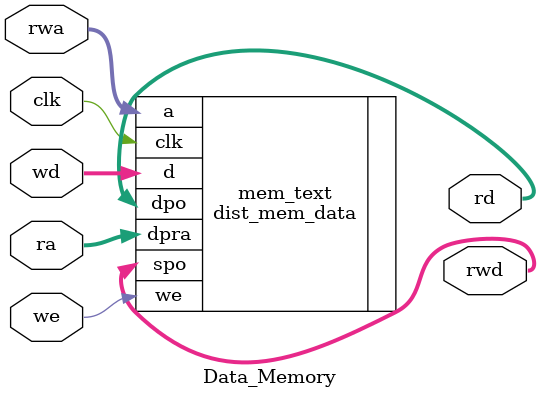
<source format=v>
`timescale 1ns / 1ps

module Data_Memory(
    input clk, we,
    input[7 : 0] rwa, ra,
    input[31 : 0] wd,
    output[31 : 0] rwd, rd 
);
    dist_mem_data mem_text (
      .clk(clk), .we(we), .a(rwa), .spo(rwd),
      .d(wd), .dpra(ra), .dpo(rd)
    );
endmodule

</source>
